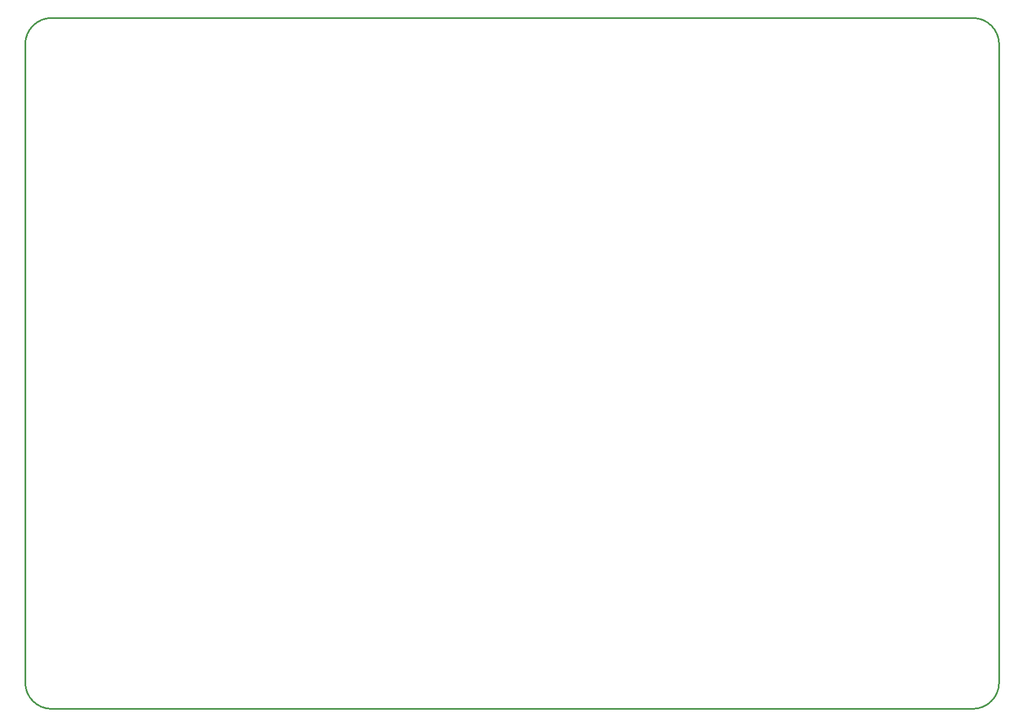
<source format=gm1>
G04*
G04 #@! TF.GenerationSoftware,Altium Limited,Altium Designer,22.2.1 (43)*
G04*
G04 Layer_Color=16711935*
%FSAX44Y44*%
%MOMM*%
G71*
G04*
G04 #@! TF.SameCoordinates,097045FE-6C59-462F-8A7E-8FAF3A3C29C4*
G04*
G04*
G04 #@! TF.FilePolarity,Positive*
G04*
G01*
G75*
%ADD10C,0.2540*%
D10*
X01980000Y01510000D02*
G03*
X01940000Y01550000I-00040000J00000000D01*
G01*
Y00500000D02*
G03*
X01980000Y00540000I00000000J00040000D01*
G01*
X00540000Y01550000D02*
G03*
X00500000Y01510000I00000000J-00040000D01*
G01*
Y00540000D02*
G03*
X00540000Y00500000I00040000J00000000D01*
G01*
X01940000D01*
X00540000Y01550000D02*
X01940000D01*
X01980000Y00540000D02*
Y01510000D01*
X00500000Y00540000D02*
Y01510000D01*
M02*

</source>
